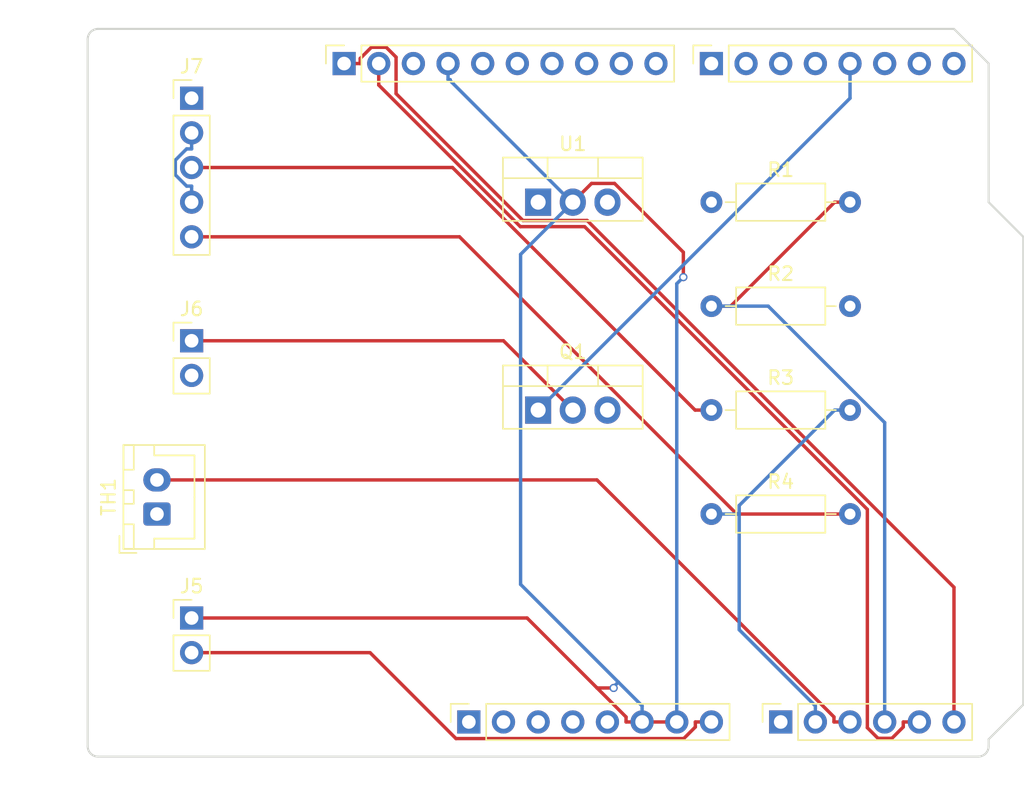
<source format=kicad_pcb>
(kicad_pcb (version 20221018) (generator pcbnew)
  (title_block (date "mar. 31 mars 2015"))
  (layers (0 "F.Cu" signal) (31 "B.Cu" signal) (34 "B.Paste" user) (35 "F.Paste" user) (36 "B.SilkS" user "B.Silkscreen") (37 "F.SilkS" user "F.Silkscreen") (38 "B.Mask" user) (39 "F.Mask" user) (44 "Edge.Cuts" user))
  (net 0 "")
  (net 1 "Net-(J1-Pin_6)")
  (net 3 "+5V")
  (net 4 "/IOREF")
  (net 5 "/A0")
  (net 6 "/A1")
  (net 7 "/A2")
  (net 8 "/A3")
  (net 9 "/SDA{slash}A4")
  (net 10 "/SCL{slash}A5")
  (net 11 "/13")
  (net 12 "/12")
  (net 13 "/AREF")
  (net 14 "/8")
  (net 16 "/*11")
  (net 17 "/*10")
  (net 18 "/*9")
  (net 19 "/4")
  (net 20 "/2")
  (net 22 "/*5")
  (net 23 "/TX{slash}1")
  (net 24 "/*3")
  (net 25 "/RX{slash}0")
  (net 26 "+3V3")
  (net 27 "VCC")
  (net 28 "/~{RESET}")
  (net 29 "Net-(J6-Pin_1)")
  (net 37 "Net-(J7-Pin_2)")
  (net 39 "Net-(J7-Pin_3)")
  (net 40 "Net-(J7-Pin_5)")
  (net 41 "unconnected-(J5-Pin_1-Pad1)")
  (footprint "Connector_PinSocket_2.54mm:PinSocket_1x08_P2.54mm_Vertical" (layer "F.Cu") (at 127.94 97.46 90)
    (fp_text reference "J1" hide)
    (fp_text value "Power")
    (fp_line (start -1.33 1.27) (end -1.33 19.11) (stroke (width 0.12)) (layer "F.SilkS"))
    (fp_line (start -1.33 1.27) (end 1.33 1.27) (stroke (width 0.12)) (layer "F.SilkS"))
    (fp_line (start -1.33 19.11) (end 1.33 19.11) (stroke (width 0.12)) (layer "F.SilkS"))
    (fp_line (start 0 -1.33) (end 1.33 -1.33) (stroke (width 0.12)) (layer "F.SilkS"))
    (fp_line (start 1.33 -1.33) (end 1.33 0) (stroke (width 0.12)) (layer "F.SilkS"))
    (fp_line (start 1.33 1.27) (end 1.33 19.11) (stroke (width 0.12)) (layer "F.SilkS"))
    (pad "1" thru_hole rect locked (at 0 0 90) (size 1.7 1.7) (drill 1) (layers "*.Cu" "*.Mask"))
    (pad "2" thru_hole oval locked (at 0 2.54 90) (size 1.7 1.7) (drill 1) (layers "*.Cu" "*.Mask") (net 4 "/IOREF"))
    (pad "3" thru_hole oval locked (at 0 5.08 90) (size 1.7 1.7) (drill 1) (layers "*.Cu" "*.Mask") (net 28 "/~{RESET}"))
    (pad "4" thru_hole oval locked (at 0 7.62 90) (size 1.7 1.7) (drill 1) (layers "*.Cu" "*.Mask") (net 26 "+3V3"))
    (pad "5" thru_hole oval locked (at 0 10.16 90) (size 1.7 1.7) (drill 1) (layers "*.Cu" "*.Mask") (net 3 "+5V"))
    (pad "6" thru_hole oval locked (at 0 12.7 90) (size 1.7 1.7) (drill 1) (layers "*.Cu" "*.Mask") (net 1 "Net-(J1-Pin_6)"))
    (pad "7" thru_hole oval locked (at 0 15.24 90) (size 1.7 1.7) (drill 1) (layers "*.Cu" "*.Mask") (net 1 "Net-(J1-Pin_6)"))
    (pad "8" thru_hole oval locked (at 0 17.78 90) (size 1.7 1.7) (drill 1) (layers "*.Cu" "*.Mask") (net 27 "VCC"))
  )
  (footprint "Connector_PinSocket_2.54mm:PinSocket_1x06_P2.54mm_Vertical" (layer "F.Cu") (at 150.8 97.46 90)
    (fp_text reference "J3" hide)
    (fp_text value "Analog")
    (fp_line (start -1.33 1.27) (end -1.33 14.03) (stroke (width 0.12)) (layer "F.SilkS"))
    (fp_line (start -1.33 1.27) (end 1.33 1.27) (stroke (width 0.12)) (layer "F.SilkS"))
    (fp_line (start -1.33 14.03) (end 1.33 14.03) (stroke (width 0.12)) (layer "F.SilkS"))
    (fp_line (start 0 -1.33) (end 1.33 -1.33) (stroke (width 0.12)) (layer "F.SilkS"))
    (fp_line (start 1.33 -1.33) (end 1.33 0) (stroke (width 0.12)) (layer "F.SilkS"))
    (fp_line (start 1.33 1.27) (end 1.33 14.03) (stroke (width 0.12)) (layer "F.SilkS"))
    (pad "1" thru_hole rect locked (at 0 0 90) (size 1.7 1.7) (drill 1) (layers "*.Cu" "*.Mask") (net 5 "/A0"))
    (pad "2" thru_hole oval locked (at 0 2.54 90) (size 1.7 1.7) (drill 1) (layers "*.Cu" "*.Mask") (net 6 "/A1"))
    (pad "3" thru_hole oval locked (at 0 5.08 90) (size 1.7 1.7) (drill 1) (layers "*.Cu" "*.Mask") (net 7 "/A2"))
    (pad "4" thru_hole oval locked (at 0 7.62 90) (size 1.7 1.7) (drill 1) (layers "*.Cu" "*.Mask") (net 8 "/A3"))
    (pad "5" thru_hole oval locked (at 0 10.16 90) (size 1.7 1.7) (drill 1) (layers "*.Cu" "*.Mask") (net 9 "/SDA{slash}A4"))
    (pad "6" thru_hole oval locked (at 0 12.7 90) (size 1.7 1.7) (drill 1) (layers "*.Cu" "*.Mask") (net 10 "/SCL{slash}A5"))
  )
  (footprint "Connector_PinSocket_2.54mm:PinSocket_1x10_P2.54mm_Vertical" (layer "F.Cu") (at 118.796 49.2 90)
    (fp_text reference "J2" hide)
    (fp_text value "Digital/PWM")
    (fp_line (start -1.33 1.27) (end -1.33 24.19) (stroke (width 0.12)) (layer "F.SilkS"))
    (fp_line (start -1.33 1.27) (end 1.33 1.27) (stroke (width 0.12)) (layer "F.SilkS"))
    (fp_line (start -1.33 24.19) (end 1.33 24.19) (stroke (width 0.12)) (layer "F.SilkS"))
    (fp_line (start 0 -1.33) (end 1.33 -1.33) (stroke (width 0.12)) (layer "F.SilkS"))
    (fp_line (start 1.33 -1.33) (end 1.33 0) (stroke (width 0.12)) (layer "F.SilkS"))
    (fp_line (start 1.33 1.27) (end 1.33 24.19) (stroke (width 0.12)) (layer "F.SilkS"))
    (pad "1" thru_hole rect locked (at 0 0 90) (size 1.7 1.7) (drill 1) (layers "*.Cu" "*.Mask") (net 10 "/SCL{slash}A5"))
    (pad "2" thru_hole oval locked (at 0 2.54 90) (size 1.7 1.7) (drill 1) (layers "*.Cu" "*.Mask") (net 9 "/SDA{slash}A4"))
    (pad "3" thru_hole oval locked (at 0 5.08 90) (size 1.7 1.7) (drill 1) (layers "*.Cu" "*.Mask") (net 13 "/AREF"))
    (pad "4" thru_hole oval locked (at 0 7.62 90) (size 1.7 1.7) (drill 1) (layers "*.Cu" "*.Mask"))
    (pad "5" thru_hole oval locked (at 0 10.16 90) (size 1.7 1.7) (drill 1) (layers "*.Cu" "*.Mask") (net 11 "/13"))
    (pad "6" thru_hole oval locked (at 0 12.7 90) (size 1.7 1.7) (drill 1) (layers "*.Cu" "*.Mask") (net 12 "/12"))
    (pad "7" thru_hole oval locked (at 0 15.24 90) (size 1.7 1.7) (drill 1) (layers "*.Cu" "*.Mask") (net 16 "/*11"))
    (pad "8" thru_hole oval locked (at 0 17.78 90) (size 1.7 1.7) (drill 1) (layers "*.Cu" "*.Mask") (net 17 "/*10"))
    (pad "9" thru_hole oval locked (at 0 20.32 90) (size 1.7 1.7) (drill 1) (layers "*.Cu" "*.Mask") (net 18 "/*9"))
    (pad "10" thru_hole oval locked (at 0 22.86 90) (size 1.7 1.7) (drill 1) (layers "*.Cu" "*.Mask") (net 14 "/8"))
  )
  (footprint "Connector_PinSocket_2.54mm:PinSocket_1x08_P2.54mm_Vertical" (layer "F.Cu") (at 145.72 49.2 90)
    (fp_text reference "J4" hide)
    (fp_text value "Digital/PWM")
    (fp_line (start -1.33 1.27) (end -1.33 19.11) (stroke (width 0.12)) (layer "F.SilkS"))
    (fp_line (start -1.33 1.27) (end 1.33 1.27) (stroke (width 0.12)) (layer "F.SilkS"))
    (fp_line (start -1.33 19.11) (end 1.33 19.11) (stroke (width 0.12)) (layer "F.SilkS"))
    (fp_line (start 0 -1.33) (end 1.33 -1.33) (stroke (width 0.12)) (layer "F.SilkS"))
    (fp_line (start 1.33 -1.33) (end 1.33 0) (stroke (width 0.12)) (layer "F.SilkS"))
    (fp_line (start 1.33 1.27) (end 1.33 19.11) (stroke (width 0.12)) (layer "F.SilkS"))
    (pad "1" thru_hole rect locked (at 0 0 90) (size 1.7 1.7) (drill 1) (layers "*.Cu" "*.Mask"))
    (pad "2" thru_hole oval locked (at 0 2.54 90) (size 1.7 1.7) (drill 1) (layers "*.Cu" "*.Mask"))
    (pad "3" thru_hole oval locked (at 0 5.08 90) (size 1.7 1.7) (drill 1) (layers "*.Cu" "*.Mask") (net 22 "/*5"))
    (pad "4" thru_hole oval locked (at 0 7.62 90) (size 1.7 1.7) (drill 1) (layers "*.Cu" "*.Mask") (net 19 "/4"))
    (pad "5" thru_hole oval locked (at 0 10.16 90) (size 1.7 1.7) (drill 1) (layers "*.Cu" "*.Mask") (net 24 "/*3"))
    (pad "6" thru_hole oval locked (at 0 12.7 90) (size 1.7 1.7) (drill 1) (layers "*.Cu" "*.Mask") (net 20 "/2"))
    (pad "7" thru_hole oval locked (at 0 15.24 90) (size 1.7 1.7) (drill 1) (layers "*.Cu" "*.Mask") (net 23 "/TX{slash}1"))
    (pad "8" thru_hole oval locked (at 0 17.78 90) (size 1.7 1.7) (drill 1) (layers "*.Cu" "*.Mask") (net 25 "/RX{slash}0"))
  )
  (footprint "Package_TO_SOT_THT:TO-220-3_Vertical" (layer "F.Cu") (at 133.02 74.6)
    (fp_text reference "Q1" (at 2.54 -4.27) (layer "F.SilkS"))
    (fp_text value "Q_NMOS_GDS")
    (fp_line (start -2.58 -3.27) (end -2.58 1.371) (stroke (width 0.12)) (layer "F.SilkS"))
    (fp_line (start -2.58 -3.27) (end 7.66 -3.27) (stroke (width 0.12)) (layer "F.SilkS"))
    (fp_line (start -2.58 -1.76) (end 7.66 -1.76) (stroke (width 0.12)) (layer "F.SilkS"))
    (fp_line (start -2.58 1.371) (end 7.66 1.371) (stroke (width 0.12)) (layer "F.SilkS"))
    (fp_line (start 0.69 -3.27) (end 0.69 -1.76) (stroke (width 0.12)) (layer "F.SilkS"))
    (fp_line (start 4.391 -3.27) (end 4.391 -1.76) (stroke (width 0.12)) (layer "F.SilkS"))
    (fp_line (start 7.66 -3.27) (end 7.66 1.371) (stroke (width 0.12)) (layer "F.SilkS"))
    (pad "1" thru_hole rect (at 0 0) (size 1.905 2) (drill 1.1) (layers "*.Cu" "*.Mask") (net 24 "/*3"))
    (pad "2" thru_hole oval (at 2.54 0) (size 1.905 2) (drill 1.1) (layers "*.Cu" "*.Mask") (net 29 "Net-(J6-Pin_1)"))
    (pad "3" thru_hole oval (at 5.08 0) (size 1.905 2) (drill 1.1) (layers "*.Cu" "*.Mask"))
  )
  (footprint "Resistor_THT:R_Axial_DIN0207_L6.3mm_D2.5mm_P10.16mm_Horizontal" (layer "F.Cu") (at 145.72 66.98)
    (fp_text reference "R2" (at 5.08 -2.37) (layer "F.SilkS"))
    (fp_text value "5 kΩ")
    (fp_line (start 1.04 0) (end 1.81 0) (stroke (width 0.12)) (layer "F.SilkS"))
    (fp_line (start 1.81 -1.37) (end 1.81 1.37) (stroke (width 0.12)) (layer "F.SilkS"))
    (fp_line (start 1.81 1.37) (end 8.35 1.37) (stroke (width 0.12)) (layer "F.SilkS"))
    (fp_line (start 8.35 -1.37) (end 1.81 -1.37) (stroke (width 0.12)) (layer "F.SilkS"))
    (fp_line (start 8.35 1.37) (end 8.35 -1.37) (stroke (width 0.12)) (layer "F.SilkS"))
    (fp_line (start 9.12 0) (end 8.35 0) (stroke (width 0.12)) (layer "F.SilkS"))
    (pad "1" thru_hole circle (at 0 0) (size 1.6 1.6) (drill 0.8) (layers "*.Cu" "*.Mask") (net 8 "/A3"))
    (pad "2" thru_hole oval (at 10.16 0) (size 1.6 1.6) (drill 0.8) (layers "*.Cu" "*.Mask"))
  )
  (footprint "Resistor_THT:R_Axial_DIN0207_L6.3mm_D2.5mm_P10.16mm_Horizontal" (layer "F.Cu") (at 145.72 59.36)
    (fp_text reference "R1" (at 5.08 -2.37) (layer "F.SilkS"))
    (fp_text value "10 kΩ")
    (fp_line (start 1.04 0) (end 1.81 0) (stroke (width 0.12)) (layer "F.SilkS"))
    (fp_line (start 1.81 -1.37) (end 1.81 1.37) (stroke (width 0.12)) (layer "F.SilkS"))
    (fp_line (start 1.81 1.37) (end 8.35 1.37) (stroke (width 0.12)) (layer "F.SilkS"))
    (fp_line (start 8.35 -1.37) (end 1.81 -1.37) (stroke (width 0.12)) (layer "F.SilkS"))
    (fp_line (start 8.35 1.37) (end 8.35 -1.37) (stroke (width 0.12)) (layer "F.SilkS"))
    (fp_line (start 9.12 0) (end 8.35 0) (stroke (width 0.12)) (layer "F.SilkS"))
    (pad "1" thru_hole circle (at 0 0) (size 1.6 1.6) (drill 0.8) (layers "*.Cu" "*.Mask"))
    (pad "2" thru_hole oval (at 10.16 0) (size 1.6 1.6) (drill 0.8) (layers "*.Cu" "*.Mask") (net 8 "/A3"))
  )
  (footprint "Arduino_MountingHole:MountingHole_3.2mm" (layer "F.Cu") (at 115.24 49.2)
    (fp_text reference "MH1" hide)
    (fp_text value "MountingHole_3.2mm" hide)
    (pad "" np_thru_hole circle locked (at 0 0) (size 3.2 3.2) (drill 3.2) (layers "*.Cu" "*.Mask"))
  )
  (footprint "Connector_PinHeader_2.54mm:PinHeader_1x02_P2.54mm_Vertical" (layer "F.Cu") (at 107.62 69.52)
    (fp_text reference "J6" (at 0 -2.33) (layer "F.SilkS"))
    (fp_text value "Screw_Terminal_01x02")
    (fp_line (start -1.33 -1.33) (end 0 -1.33) (stroke (width 0.12)) (layer "F.SilkS"))
    (fp_line (start -1.33 0) (end -1.33 -1.33) (stroke (width 0.12)) (layer "F.SilkS"))
    (fp_line (start -1.33 1.27) (end -1.33 3.87) (stroke (width 0.12)) (layer "F.SilkS"))
    (fp_line (start -1.33 1.27) (end 1.33 1.27) (stroke (width 0.12)) (layer "F.SilkS"))
    (fp_line (start -1.33 3.87) (end 1.33 3.87) (stroke (width 0.12)) (layer "F.SilkS"))
    (fp_line (start 1.33 1.27) (end 1.33 3.87) (stroke (width 0.12)) (layer "F.SilkS"))
    (pad "1" thru_hole rect (at 0 0) (size 1.7 1.7) (drill 1) (layers "*.Cu" "*.Mask") (net 29 "Net-(J6-Pin_1)"))
    (pad "2" thru_hole oval (at 0 2.54) (size 1.7 1.7) (drill 1) (layers "*.Cu" "*.Mask"))
  )
  (footprint "Package_TO_SOT_THT:TO-220-3_Vertical" (layer "F.Cu") (at 133.02 59.36)
    (fp_text reference "U1" (at 2.54 -4.27) (layer "F.SilkS"))
    (fp_text value "LM7805_TO220")
    (fp_line (start -2.58 -3.27) (end -2.58 1.371) (stroke (width 0.12)) (layer "F.SilkS"))
    (fp_line (start -2.58 -3.27) (end 7.66 -3.27) (stroke (width 0.12)) (layer "F.SilkS"))
    (fp_line (start -2.58 -1.76) (end 7.66 -1.76) (stroke (width 0.12)) (layer "F.SilkS"))
    (fp_line (start -2.58 1.371) (end 7.66 1.371) (stroke (width 0.12)) (layer "F.SilkS"))
    (fp_line (start 0.69 -3.27) (end 0.69 -1.76) (stroke (width 0.12)) (layer "F.SilkS"))
    (fp_line (start 4.391 -3.27) (end 4.391 -1.76) (stroke (width 0.12)) (layer "F.SilkS"))
    (fp_line (start 7.66 -3.27) (end 7.66 1.371) (stroke (width 0.12)) (layer "F.SilkS"))
    (pad "1" thru_hole rect (at 0 0) (size 1.905 2) (drill 1.1) (layers "*.Cu" "*.Mask"))
    (pad "2" thru_hole oval (at 2.54 0) (size 1.905 2) (drill 1.1) (layers "*.Cu" "*.Mask") (net 1 "Net-(J1-Pin_6)"))
    (pad "3" thru_hole oval (at 5.08 0) (size 1.905 2) (drill 1.1) (layers "*.Cu" "*.Mask"))
  )
  (footprint "Connector_PinHeader_2.54mm:PinHeader_1x02_P2.54mm_Vertical" (layer "F.Cu") (at 107.62 89.84)
    (fp_text reference "J5" (at 0 -2.33) (layer "F.SilkS"))
    (fp_text value "Screw_Terminal_01x02")
    (fp_line (start -1.33 -1.33) (end 0 -1.33) (stroke (width 0.12)) (layer "F.SilkS"))
    (fp_line (start -1.33 0) (end -1.33 -1.33) (stroke (width 0.12)) (layer "F.SilkS"))
    (fp_line (start -1.33 1.27) (end -1.33 3.87) (stroke (width 0.12)) (layer "F.SilkS"))
    (fp_line (start -1.33 1.27) (end 1.33 1.27) (stroke (width 0.12)) (layer "F.SilkS"))
    (fp_line (start -1.33 3.87) (end 1.33 3.87) (stroke (width 0.12)) (layer "F.SilkS"))
    (fp_line (start 1.33 1.27) (end 1.33 3.87) (stroke (width 0.12)) (layer "F.SilkS"))
    (pad "1" thru_hole rect (at 0 0) (size 1.7 1.7) (drill 1) (layers "*.Cu" "*.Mask") (net 41 "unconnected-(J5-Pin_1-Pad1)"))
    (pad "2" thru_hole oval (at 0 2.54) (size 1.7 1.7) (drill 1) (layers "*.Cu" "*.Mask"))
  )
  (footprint "Connector_PinHeader_2.54mm:PinHeader_1x05_P2.54mm_Vertical" (layer "F.Cu") (at 107.62 51.74)
    (fp_text reference "J7" (at 0 -2.33) (layer "F.SilkS"))
    (fp_text value "Conn_01x05_Pin")
    (fp_line (start -1.33 -1.33) (end 0 -1.33) (stroke (width 0.12)) (layer "F.SilkS"))
    (fp_line (start -1.33 0) (end -1.33 -1.33) (stroke (width 0.12)) (layer "F.SilkS"))
    (fp_line (start -1.33 1.27) (end -1.33 11.49) (stroke (width 0.12)) (layer "F.SilkS"))
    (fp_line (start -1.33 1.27) (end 1.33 1.27) (stroke (width 0.12)) (layer "F.SilkS"))
    (fp_line (start -1.33 11.49) (end 1.33 11.49) (stroke (width 0.12)) (layer "F.SilkS"))
    (fp_line (start 1.33 1.27) (end 1.33 11.49) (stroke (width 0.12)) (layer "F.SilkS"))
    (pad "1" thru_hole rect (at 0 0) (size 1.7 1.7) (drill 1) (layers "*.Cu" "*.Mask"))
    (pad "2" thru_hole oval (at 0 2.54) (size 1.7 1.7) (drill 1) (layers "*.Cu" "*.Mask") (net 37 "Net-(J7-Pin_2)"))
    (pad "3" thru_hole oval (at 0 5.08) (size 1.7 1.7) (drill 1) (layers "*.Cu" "*.Mask") (net 39 "Net-(J7-Pin_3)"))
    (pad "4" thru_hole oval (at 0 7.62) (size 1.7 1.7) (drill 1) (layers "*.Cu" "*.Mask") (net 37 "Net-(J7-Pin_2)"))
    (pad "5" thru_hole oval (at 0 10.16) (size 1.7 1.7) (drill 1) (layers "*.Cu" "*.Mask") (net 40 "Net-(J7-Pin_5)"))
  )
  (footprint "Connector_JST:JST_XH_B2B-XH-A_1x02_P2.50mm_Vertical" (layer "F.Cu") (at 105.08 82.22 90)
    (fp_text reference "TH1" (at 1.25 -3.55 90) (layer "F.SilkS"))
    (fp_text value "PT100")
    (fp_line (start -2.85 -2.75) (end -2.85 -1.5) (stroke (width 0.12)) (layer "F.SilkS"))
    (fp_line (start -2.56 -2.46) (end -2.56 3.51) (stroke (width 0.12)) (layer "F.SilkS"))
    (fp_line (start -2.56 3.51) (end 5.06 3.51) (stroke (width 0.12)) (layer "F.SilkS"))
    (fp_line (start -2.55 -2.45) (end -2.55 -1.7) (stroke (width 0.12)) (layer "F.SilkS"))
    (fp_line (start -2.55 -1.7) (end -0.75 -1.7) (stroke (width 0.12)) (layer "F.SilkS"))
    (fp_line (start -2.55 -0.2) (end -1.8 -0.2) (stroke (width 0.12)) (layer "F.SilkS"))
    (fp_line (start -1.8 -0.2) (end -1.8 2.75) (stroke (width 0.12)) (layer "F.SilkS"))
    (fp_line (start -1.8 2.75) (end 1.25 2.75) (stroke (width 0.12)) (layer "F.SilkS"))
    (fp_line (start -1.6 -2.75) (end -2.85 -2.75) (stroke (width 0.12)) (layer "F.SilkS"))
    (fp_line (start -0.75 -2.45) (end -2.55 -2.45) (stroke (width 0.12)) (layer "F.SilkS"))
    (fp_line (start -0.75 -1.7) (end -0.75 -2.45) (stroke (width 0.12)) (layer "F.SilkS"))
    (fp_line (start 0.75 -2.45) (end 0.75 -1.7) (stroke (width 0.12)) (layer "F.SilkS"))
    (fp_line (start 0.75 -1.7) (end 1.75 -1.7) (stroke (width 0.12)) (layer "F.SilkS"))
    (fp_line (start 1.75 -2.45) (end 0.75 -2.45) (stroke (width 0.12)) (layer "F.SilkS"))
    (fp_line (start 1.75 -1.7) (end 1.75 -2.45) (stroke (width 0.12)) (layer "F.SilkS"))
    (fp_line (start 3.25 -2.45) (end 3.25 -1.7) (stroke (width 0.12)) (layer "F.SilkS"))
    (fp_line (start 3.25 -1.7) (end 5.05 -1.7) (stroke (width 0.12)) (layer "F.SilkS"))
    (fp_line (start 4.3 -0.2) (end 4.3 2.75) (stroke (width 0.12)) (layer "F.SilkS"))
    (fp_line (start 4.3 2.75) (end 1.25 2.75) (stroke (width 0.12)) (layer "F.SilkS"))
    (fp_line (start 5.05 -2.45) (end 3.25 -2.45) (stroke (width 0.12)) (layer "F.SilkS"))
    (fp_line (start 5.05 -1.7) (end 5.05 -2.45) (stroke (width 0.12)) (layer "F.SilkS"))
    (fp_line (start 5.05 -0.2) (end 4.3 -0.2) (stroke (width 0.12)) (layer "F.SilkS"))
    (fp_line (start 5.06 -2.46) (end -2.56 -2.46) (stroke (width 0.12)) (layer "F.SilkS"))
    (fp_line (start 5.06 3.51) (end 5.06 -2.46) (stroke (width 0.12)) (layer "F.SilkS"))
    (pad "1" thru_hole roundrect (at 0 0 90) (size 1.7 2) (drill 1) (layers "*.Cu" "*.Mask") (roundrect_rratio 0.147059))
    (pad "2" thru_hole oval (at 2.5 0 90) (size 1.7 2) (drill 1) (layers "*.Cu" "*.Mask") (net 7 "/A2"))
  )
  (footprint "Resistor_THT:R_Axial_DIN0207_L6.3mm_D2.5mm_P10.16mm_Horizontal" (layer "F.Cu") (at 145.72 74.6)
    (fp_text reference "R3" (at 5.08 -2.37) (layer "F.SilkS"))
    (fp_text value "15 kΩ")
    (fp_line (start 1.04 0) (end 1.81 0) (stroke (width 0.12)) (layer "F.SilkS"))
    (fp_line (start 1.81 -1.37) (end 1.81 1.37) (stroke (width 0.12)) (layer "F.SilkS"))
    (fp_line (start 1.81 1.37) (end 8.35 1.37) (stroke (width 0.12)) (layer "F.SilkS"))
    (fp_line (start 8.35 -1.37) (end 1.81 -1.37) (stroke (width 0.12)) (layer "F.SilkS"))
    (fp_line (start 8.35 1.37) (end 8.35 -1.37) (stroke (width 0.12)) (layer "F.SilkS"))
    (fp_line (start 9.12 0) (end 8.35 0) (stroke (width 0.12)) (layer "F.SilkS"))
    (pad "1" thru_hole circle (at 0 0) (size 1.6 1.6) (drill 0.8) (layers "*.Cu" "*.Mask") (net 39 "Net-(J7-Pin_3)"))
    (pad "2" thru_hole oval (at 10.16 0) (size 1.6 1.6) (drill 0.8) (layers "*.Cu" "*.Mask") (net 6 "/A1"))
  )
  (footprint "Arduino_MountingHole:MountingHole_3.2mm" (layer "F.Cu") (at 113.97 97.46)
    (fp_text reference "MH2" hide)
    (fp_text value "MountingHole_3.2mm" hide)
    (pad "" np_thru_hole circle locked (at 0 0) (size 3.2 3.2) (drill 3.2) (layers "*.Cu" "*.Mask"))
  )
  (footprint "Arduino_MountingHole:MountingHole_3.2mm" (layer "F.Cu") (at 166.04 64.44)
    (fp_text reference "MH3" hide)
    (fp_text value "MountingHole_3.2mm" hide)
    (pad "" np_thru_hole circle locked (at 0 0) (size 3.2 3.2) (drill 3.2) (layers "*.Cu" "*.Mask"))
  )
  (footprint "Arduino_MountingHole:MountingHole_3.2mm" (layer "F.Cu") (at 166.04 92.38)
    (fp_text reference "MH4" hide)
    (fp_text value "MountingHole_3.2mm" hide)
    (pad "" np_thru_hole circle locked (at 0 0) (size 3.2 3.2) (drill 3.2) (layers "*.Cu" "*.Mask"))
  )
  (footprint "Resistor_THT:R_Axial_DIN0207_L6.3mm_D2.5mm_P10.16mm_Horizontal" (layer "F.Cu") (at 145.72 82.22)
    (fp_text reference "R4" (at 5.08 -2.37) (layer "F.SilkS"))
    (fp_text value "5 kΩ")
    (fp_line (start 1.04 0) (end 1.81 0) (stroke (width 0.12)) (layer "F.SilkS"))
    (fp_line (start 1.81 -1.37) (end 1.81 1.37) (stroke (width 0.12)) (layer "F.SilkS"))
    (fp_line (start 1.81 1.37) (end 8.35 1.37) (stroke (width 0.12)) (layer "F.SilkS"))
    (fp_line (start 8.35 -1.37) (end 1.81 -1.37) (stroke (width 0.12)) (layer "F.SilkS"))
    (fp_line (start 8.35 1.37) (end 8.35 -1.37) (stroke (width 0.12)) (layer "F.SilkS"))
    (fp_line (start 9.12 0) (end 8.35 0) (stroke (width 0.12)) (layer "F.SilkS"))
    (pad "1" thru_hole circle (at 0 0) (size 1.6 1.6) (drill 0.8) (layers "*.Cu" "*.Mask") (net 6 "/A1"))
    (pad "2" thru_hole oval (at 10.16 0) (size 1.6 1.6) (drill 0.8) (layers "*.Cu" "*.Mask") (net 40 "Net-(J7-Pin_5)"))
  )
  (gr_line (start 166.04 59.36) (end 168.58 61.9) (stroke (width 0.15)) (layer "Edge.Cuts"))
  (gr_line (start 100 99.238) (end 100 47.422) (stroke (width 0.15)) (layer "Edge.Cuts"))
  (gr_line (start 168.58 61.9) (end 168.58 96.19) (stroke (width 0.15)) (layer "Edge.Cuts"))
  (gr_line (start 165.278 100) (end 100.762 100) (stroke (width 0.15)) (layer "Edge.Cuts"))
  (gr_line (start 100.762 46.66) (end 163.5 46.66) (stroke (width 0.15)) (layer "Edge.Cuts"))
  (gr_arc (start 100.762 100) (mid 100.223185 99.776815) (end 100 99.238) (stroke (width 0.15)) (layer "Edge.Cuts"))
  (gr_line (start 168.58 96.19) (end 166.04 98.73) (stroke (width 0.15)) (layer "Edge.Cuts"))
  (gr_line (start 163.5 46.66) (end 166.04 49.2) (stroke (width 0.15)) (layer "Edge.Cuts"))
  (gr_arc (start 166.04 99.238) (mid 165.816815 99.776815) (end 165.278 100) (stroke (width 0.15)) (layer "Edge.Cuts"))
  (gr_line (start 166.04 49.2) (end 166.04 59.36) (stroke (width 0.15)) (layer "Edge.Cuts"))
  (gr_line (start 166.04 98.73) (end 166.04 99.238) (stroke (width 0.15)) (layer "Edge.Cuts"))
  (gr_arc (start 100 47.422) (mid 100.223185 46.883185) (end 100.762 46.66) (stroke (width 0.15)) (layer "Edge.Cuts"))
  (segment (start 138.6203 57.9877) (end 143.6635 63.0309) (width 0.25) (layer "F.Cu") (net 1))
  (segment (start 143.6635 63.0309) (end 143.6635 64.8556) (width 0.25) (layer "F.Cu") (net 1))
  (segment (start 136.9323 57.9877) (end 138.6203 57.9877) (width 0.25) (layer "F.Cu") (net 1))
  (segment (start 135.56 59.36) (end 136.9323 57.9877) (width 0.25) (layer "F.Cu") (net 1))
  (via (at 143.6635 64.8556) (size 0.6) (drill 0.4) (layers "F.Cu" "B.Cu") (net 1))
  (segment (start 143.18 65.3391) (end 143.6635 64.8556) (width 0.25) (layer "B.Cu") (net 1))
  (segment (start 143.18 97.46) (end 143.18 65.3391) (width 0.25) (layer "B.Cu") (net 1))
  (segment (start 147.757 90.7001) (end 153.34 96.2831) (width 0.25) (layer "B.Cu") (net 6))
  (segment (start 155.88 74.6) (end 154.753 74.6) (width 0.25) (layer "B.Cu") (net 6))
  (segment (start 147.757 82.22) (end 145.72 82.22) (width 0.25) (layer "B.Cu") (net 6))
  (segment (start 147.757 82.22) (end 147.757 90.7001) (width 0.25) (layer "B.Cu") (net 6))
  (segment (start 153.34 96.2831) (end 153.34 97.46) (width 0.25) (layer "B.Cu") (net 6))
  (segment (start 147.757 81.596) (end 147.757 82.22) (width 0.25) (layer "B.Cu") (net 6))
  (segment (start 154.753 74.6) (end 147.757 81.596) (width 0.25) (layer "B.Cu") (net 6))
  (segment (start 154.703 97.0942) (end 137.329 79.72) (width 0.25) (layer "F.Cu") (net 7))
  (segment (start 154.703 97.46) (end 154.703 97.0942) (width 0.25) (layer "F.Cu") (net 7))
  (segment (start 155.88 97.46) (end 154.703 97.46) (width 0.25) (layer "F.Cu") (net 7))
  (segment (start 137.329 79.72) (end 105.08 79.72) (width 0.25) (layer "F.Cu") (net 7))
  (segment (start 147.133 66.98) (end 145.72 66.98) (width 0.25) (layer "F.Cu") (net 8))
  (segment (start 154.753 59.36) (end 147.133 66.98) (width 0.25) (layer "F.Cu") (net 8))
  (segment (start 155.88 59.36) (end 154.753 59.36) (width 0.25) (layer "F.Cu") (net 8))
  (segment (start 145.72 66.98) (end 149.882 66.98) (width 0.25) (layer "B.Cu") (net 8))
  (segment (start 149.882 66.98) (end 158.42 75.5179) (width 0.25) (layer "B.Cu") (net 8))
  (segment (start 158.42 75.5179) (end 158.42 97.46) (width 0.25) (layer "B.Cu") (net 8))
  (segment (start 158.948 98.6609) (end 159.783 97.8258) (width 0.25) (layer "F.Cu") (net 9))
  (segment (start 159.783 97.46) (end 160.96 97.46) (width 0.25) (layer "F.Cu") (net 9))
  (segment (start 136.425 61.1545) (end 157.15 81.8793) (width 0.25) (layer "F.Cu") (net 9))
  (segment (start 157.15 81.8793) (end 157.15 97.8807) (width 0.25) (layer "F.Cu") (net 9))
  (segment (start 121.336 49.2) (end 121.336 50.7753) (width 0.25) (layer "F.Cu") (net 9))
  (segment (start 157.15 97.8807) (end 157.93 98.6609) (width 0.25) (layer "F.Cu") (net 9))
  (segment (start 131.715 61.1545) (end 136.425 61.1545) (width 0.25) (layer "F.Cu") (net 9))
  (segment (start 121.336 50.7753) (end 131.715 61.1545) (width 0.25) (layer "F.Cu") (net 9))
  (segment (start 159.783 97.8258) (end 159.783 97.46) (width 0.25) (layer "F.Cu") (net 9))
  (segment (start 157.93 98.6609) (end 158.948 98.6609) (width 0.25) (layer "F.Cu") (net 9))
  (segment (start 136.614 60.7025) (end 163.5 87.5882) (width 0.25) (layer "F.Cu") (net 10))
  (segment (start 122.606 51.4062) (end 131.902 60.7025) (width 0.25) (layer "F.Cu") (net 10))
  (segment (start 121.884 48.0073) (end 122.606 48.7298) (width 0.25) (layer "F.Cu") (net 10))
  (segment (start 119.973 49.2) (end 119.973 48.8322) (width 0.25) (layer "F.Cu") (net 10))
  (segment (start 131.902 60.7025) (end 136.614 60.7025) (width 0.25) (layer "F.Cu") (net 10))
  (segment (start 122.606 48.7298) (end 122.606 51.4062) (width 0.25) (layer "F.Cu") (net 10))
  (segment (start 118.796 49.2) (end 119.973 49.2) (width 0.25) (layer "F.Cu") (net 10))
  (segment (start 120.798 48.0073) (end 121.884 48.0073) (width 0.25) (layer "F.Cu") (net 10))
  (segment (start 119.973 48.8322) (end 120.798 48.0073) (width 0.25) (layer "F.Cu") (net 10))
  (segment (start 163.5 87.5882) (end 163.5 97.46) (width 0.25) (layer "F.Cu") (net 10))
  (segment (start 155.88 51.74) (end 155.88 49.2) (width 0.25) (layer "B.Cu") (net 24))
  (segment (start 133.02 74.6) (end 155.88 51.74) (width 0.25) (layer "B.Cu") (net 24))
  (segment (start 144.543 97.8278) (end 144.543 97.46) (width 0.25) (layer "F.Cu") (net 27))
  (segment (start 126.995 98.6776) (end 143.693 98.6776) (width 0.25) (layer "F.Cu") (net 27))
  (segment (start 143.693 98.6776) (end 144.543 97.8278) (width 0.25) (layer "F.Cu") (net 27))
  (segment (start 120.698 92.38) (end 126.995 98.6776) (width 0.25) (layer "F.Cu") (net 27))
  (segment (start 144.543 97.46) (end 145.72 97.46) (width 0.25) (layer "F.Cu") (net 27))
  (segment (start 107.62 92.38) (end 120.698 92.38) (width 0.25) (layer "F.Cu") (net 27))
  (segment (start 130.48 69.52) (end 135.56 74.6) (width 0.25) (layer "F.Cu") (net 29))
  (segment (start 107.62 69.52) (end 130.48 69.52) (width 0.25) (layer "F.Cu") (net 29))
  (segment (start 107.62 55.4569) (end 107.62 54.28) (width 0.25) (layer "B.Cu") (net 37))
  (segment (start 107.254 58.1831) (end 106.426 57.3549) (width 0.25) (layer "B.Cu") (net 37))
  (segment (start 107.62 58.1831) (end 107.254 58.1831) (width 0.25) (layer "B.Cu") (net 37))
  (segment (start 107.252 55.4569) (end 107.62 55.4569) (width 0.25) (layer "B.Cu") (net 37))
  (segment (start 106.426 57.3549) (end 106.426 56.2831) (width 0.25) (layer "B.Cu") (net 37))
  (segment (start 107.62 59.36) (end 107.62 58.1831) (width 0.25) (layer "B.Cu") (net 37))
  (segment (start 106.426 56.2831) (end 107.252 55.4569) (width 0.25) (layer "B.Cu") (net 37))
  (segment (start 107.62 56.82) (end 126.742 56.82) (width 0.25) (layer "F.Cu") (net 39))
  (segment (start 126.742 56.82) (end 144.522 74.6) (width 0.25) (layer "F.Cu") (net 39))
  (segment (start 144.522 74.6) (end 145.72 74.6) (width 0.25) (layer "F.Cu") (net 39))
  (segment (start 127.257 61.9) (end 147.577 82.22) (width 0.25) (layer "F.Cu") (net 40))
  (segment (start 107.62 61.9) (end 127.257 61.9) (width 0.25) (layer "F.Cu") (net 40))
  (segment (start 147.577 82.22) (end 155.88 82.22) (width 0.25) (layer "F.Cu") (net 40))
  (segment (start 132.209 89.84) (end 137.3365 94.9676) (width 0.25) (layer "F.Cu") (net 41))
  (segment (start 137.3365 94.9676) (end 139.463 97.0942) (width 0.25) (layer "F.Cu") (net 41))
  (segment (start 139.463 97.0942) (end 139.463 97.46) (width 0.25) (layer "F.Cu") (net 41))
  (segment (start 137.3365 94.9676) (end 138.5534 94.9676) (width 0.25) (layer "F.Cu") (net 41))
  (segment (start 107.62 89.84) (end 132.209 89.84) (width 0.25) (layer "F.Cu") (net 41))
  (segment (start 139.463 97.46) (end 143.18 97.46) (width 0.25) (layer "F.Cu") (net 41))
  (via (at 138.5534 94.9676) (size 0.6) (drill 0.4) (layers "F.Cu" "B.Cu") (net 41))
  (segment (start 126.496 50.3769) (end 135.52 59.4002) (width 0.25) (layer "B.Cu") (net 41))
  (segment (start 135.52 59.4002) (end 135.56 59.36) (width 0.25) (layer "B.Cu") (net 41))
  (segment (start 131.733 63.1873) (end 135.52 59.4002) (width 0.25) (layer "B.Cu") (net 41))
  (segment (start 126.416 49.2) (end 126.416 50.3769) (width 0.25) (layer "B.Cu") (net 41))
  (segment (start 126.416 50.3769) (end 126.496 50.3769) (width 0.25) (layer "B.Cu") (net 41))
  (segment (start 138.8949 94.538) (end 138.5534 94.8795) (width 0.25) (layer "B.Cu") (net 41))
  (segment (start 138.895 94.538) (end 138.8949 94.538) (width 0.25) (layer "B.Cu") (net 41))
  (segment (start 140.64 96.2831) (end 138.895 94.538) (width 0.25) (layer "B.Cu") (net 41))
  (segment (start 126.496 50.3769) (end 126.577 50.3769) (width 0.25) (layer "B.Cu") (net 41))
  (segment (start 131.733 87.3758) (end 131.733 63.1873) (width 0.25) (layer "B.Cu") (net 41))
  (segment (start 138.895 94.538) (end 131.733 87.3758) (width 0.25) (layer "B.Cu") (net 41))
  (segment (start 140.64 97.46) (end 140.64 96.2831) (width 0.25) (layer "B.Cu") (net 41))
  (segment (start 138.5534 94.8795) (end 138.5534 94.9676) (width 0.25) (layer "B.Cu") (net 41))
)
</source>
